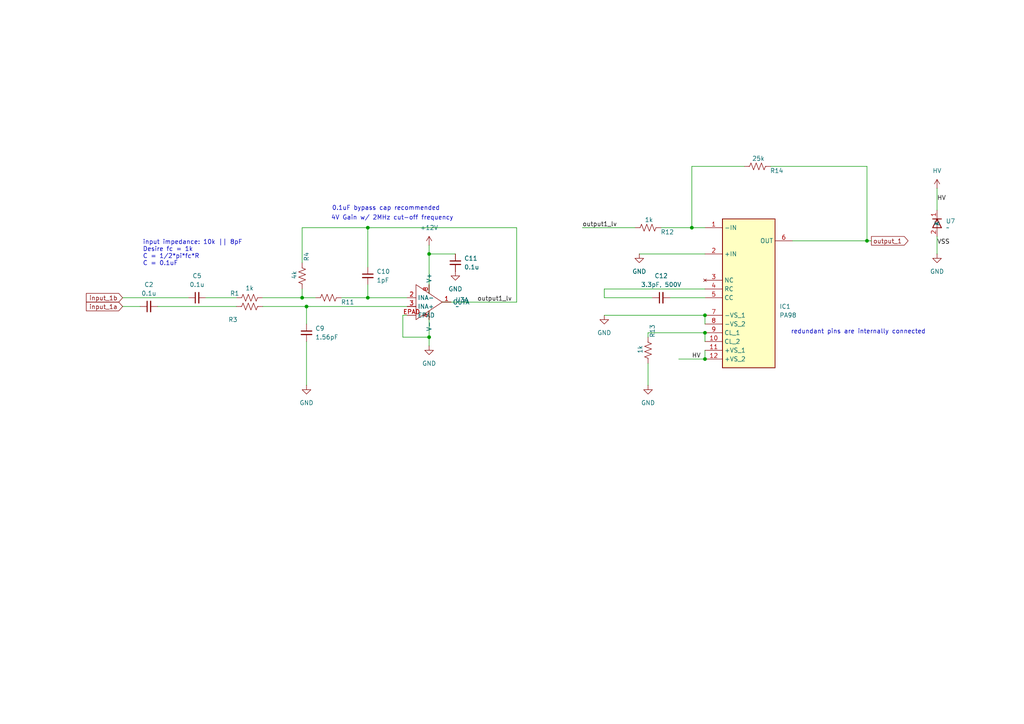
<source format=kicad_sch>
(kicad_sch (version 20231120) (generator "eeschema") (generator_version "8.0")
  (paper "A4")
  (lib_symbols
    (symbol "Device:C_Small" (pin_numbers hide) (pin_names (offset 0.254) hide)
      (property "Reference" "C" (at 0.254 1.778 0))
      (property "Value" "C_Small" (at 0.254 -2.032 0))
      (symbol "C_Small_0_1"
        (polyline (pts (xy -1.524 -0.508) (xy 1.524 -0.508)) (stroke (width 0.3302)))
        (polyline (pts (xy -1.524 0.508) (xy 1.524 0.508)) (stroke (width 0.3048)))
      )
      (symbol "C_Small_1_1"
        (pin passive line (at 0 2.54 270) (length 2.032) (name "~") (number "1"))
        (pin passive line (at 0 -2.54 90) (length 2.032) (name "~") (number "2"))
      )
    )
    (symbol "Device:R_US" (pin_numbers hide) (pin_names (offset 0))
      (property "Reference" "R" (at 2.54 0 90))
      (property "Value" "R_US" (at -2.54 0 90))
      (symbol "R_US_0_1"
        (polyline (pts (xy 0 -2.286) (xy 0 -2.54)))
        (polyline (pts (xy 0 2.286) (xy 0 2.54)))
        (polyline (pts (xy 0 -0.762) (xy 1.016 -1.143) (xy 0 -1.524) (xy -1.016 -1.905) (xy 0 -2.286)))
        (polyline (pts (xy 0 0.762) (xy 1.016 0.381) (xy 0 0) (xy -1.016 -0.381) (xy 0 -0.762)))
        (polyline (pts (xy 0 2.286) (xy 1.016 1.905) (xy 0 1.524) (xy -1.016 1.143) (xy 0 0.762)))
      )
      (symbol "R_US_1_1"
        (pin passive line (at 0 3.81 270) (length 1.27) (name "~") (number "1"))
        (pin passive line (at 0 -3.81 90) (length 1.27) (name "~") (number "2"))
      )
    )
    (symbol "_PHASE:OPA221A_2UNITS"
      (property "Reference" "U" (at -1.016 -1.524 0))
      (symbol "OPA221A_2UNITS_1_1"
        (polyline (pts (xy 0 0) (xy 0 10.16) (xy 7.62 5.08) (xy 0 0)))
        (pin input line (at 7.62 5.08 0) (length 2.54) (name "OUTA") (number "1"))
        (pin input line (at -2.54 6.35 0) (length 2.54) (name "INA-") (number "2"))
        (pin input line (at -2.54 3.81 0) (length 2.54) (name "INA+") (number "3"))
        (pin power_in line (at 3.81 2.54 270) (length 2.54) (name "V-") (number "4"))
        (pin power_in line (at 3.81 7.62 90) (length 2.54) (name "V+") (number "8"))
        (pin power_in line (at -2.54 1.27 0) (length 2.54) (name "EPAD") (number "EPAD"))
      )
      (symbol "OPA221A_2UNITS_2_1"
        (polyline (pts (xy 0 0) (xy 0 10.16) (xy 7.62 5.08) (xy 0 0)))
        (pin input line (at -2.54 3.81 0) (length 2.54) (name "INB+") (number "5"))
        (pin input line (at -2.54 6.35 0) (length 2.54) (name "INB-") (number "6"))
        (pin input line (at 7.62 5.08 0) (length 2.54) (name "OUTB") (number "7"))
      )
    )
    (symbol "_PHASE:PA98"
      (property "Reference" "IC" (at 21.59 -5.08 0))
      (property "Value" "PA98" (at 21.59 -7.62 0))
      (symbol "PA98_1_1"
        (rectangle (start 5.08 12.7) (end 20.32 -30.48) (stroke (width 0.254)) (fill (type background)))
        (pin passive line (at 0 10.16 0) (length 5.08) (name "-IN") (number "1"))
        (pin passive line (at 0 -22.86 0) (length 5.08) (name "CL_2") (number "10"))
        (pin passive line (at 0 -25.4 0) (length 5.08) (name "+VS_1") (number "11"))
        (pin passive line (at 0 -27.94 0) (length 5.08) (name "+VS_2") (number "12"))
        (pin passive line (at 0 2.54 0) (length 5.08) (name "+IN") (number "2"))
        (pin no_connect line (at 0 -5.08 0) (length 5.08) (name "NC") (number "3"))
        (pin passive line (at 0 -7.62 0) (length 5.08) (name "RC") (number "4"))
        (pin passive line (at 0 -10.16 0) (length 5.08) (name "CC") (number "5"))
        (pin passive line (at 25.4 6.35 180) (length 5.08) (name "OUT") (number "6"))
        (pin passive line (at 0 -15.24 0) (length 5.08) (name "-VS_1") (number "7"))
        (pin passive line (at 0 -17.78 0) (length 5.08) (name "-VS_2") (number "8"))
        (pin passive line (at 0 -20.32 0) (length 5.08) (name "CL_1") (number "9"))
      )
    )
    (symbol "_PHASE:SMCJ150A-13-F"
      (property "Reference" "U" (at 0 0 0))
      (symbol "SMCJ150A-13-F_0_1"
        (polyline (pts (xy 1.27 3.81) (xy 1.27 1.27)) (stroke (width 0.254)))
        (polyline (pts (xy 3.81 2.54) (xy 1.27 2.54)))
        (polyline (pts (xy 3.81 3.81) (xy 3.81 1.27) (xy 1.27 2.54) (xy 3.81 3.81)) (stroke (width 0.254)))
      )
      (symbol "SMCJ150A-13-F_1_1"
        (pin passive line (at -1.27 2.54 0) (length 2.54) (name "K") (number "1"))
        (pin passive line (at 6.35 2.54 180) (length 2.54) (name "A") (number "2"))
      )
    )
    (symbol "power:+12V" (power) (pin_numbers hide) (pin_names (offset 0) hide)
      (property "Value" "+12V" (at 0 3.556 0))
      (symbol "+12V_0_1"
        (polyline (pts (xy -0.762 1.27) (xy 0 2.54)))
        (polyline (pts (xy 0 0) (xy 0 2.54)))
        (polyline (pts (xy 0 2.54) (xy 0.762 1.27)))
      )
      (symbol "+12V_1_1"
        (pin power_in line (at 0 0 90) (length 0) (name "~") (number "1"))
      )
    )
    (symbol "power:GND" (power) (pin_numbers hide) (pin_names (offset 0) hide)
      (property "Value" "GND" (at 0 -3.81 0))
      (symbol "GND_0_1"
        (polyline (pts (xy 0 0) (xy 0 -1.27) (xy 1.27 -1.27) (xy 0 -2.54) (xy -1.27 -1.27) (xy 0 -1.27)))
      )
      (symbol "GND_1_1"
        (pin power_in line (at 0 0 270) (length 0) (name "~") (number "1"))
      )
    )
  )
  (junction (at 204.47 91.44))
  (junction (at 200.66 66.04))
  (junction (at 106.68 66.04))
  (junction (at 124.46 73.66))
  (junction (at 88.9 88.9))
  (junction (at 87.63 86.36))
  (junction (at 204.47 104.14))
  (junction (at 251.46 69.85))
  (junction (at 204.47 96.52))
  (junction (at 124.46 97.79))
  (junction (at 106.68 86.36))
  (wire (pts (xy 88.9 99.06) (xy 88.9 111.76)))
  (wire (pts (xy 175.26 86.36) (xy 175.26 83.82)))
  (wire (pts (xy 106.68 82.55) (xy 106.68 86.36)))
  (wire (pts (xy 116.84 91.44) (xy 116.84 97.79)))
  (wire (pts (xy 168.91 66.04) (xy 184.15 66.04)))
  (wire (pts (xy 187.96 105.41) (xy 187.96 111.76)))
  (wire (pts (xy 194.31 86.36) (xy 204.47 86.36)))
  (wire (pts (xy 124.46 90.17) (xy 124.46 97.79)))
  (wire (pts (xy 106.68 66.04) (xy 149.86 66.04)))
  (wire (pts (xy 200.66 48.26) (xy 200.66 66.04)))
  (wire (pts (xy 149.86 66.04) (xy 149.86 87.63)))
  (wire (pts (xy 189.23 86.36) (xy 175.26 86.36)))
  (wire (pts (xy 106.68 86.36) (xy 99.06 86.36)))
  (wire (pts (xy 59.69 86.36) (xy 68.58 86.36)))
  (wire (pts (xy 204.47 101.6) (xy 204.47 104.14)))
  (wire (pts (xy 185.42 73.66) (xy 204.47 73.66)))
  (wire (pts (xy 35.56 88.9) (xy 40.64 88.9)))
  (wire (pts (xy 196.85 104.14) (xy 204.47 104.14)))
  (wire (pts (xy 128.27 87.63) (xy 149.86 87.63)))
  (wire (pts (xy 124.46 73.66) (xy 132.08 73.66)))
  (wire (pts (xy 118.11 91.44) (xy 116.84 91.44)))
  (wire (pts (xy 175.26 91.44) (xy 204.47 91.44)))
  (wire (pts (xy 45.72 88.9) (xy 68.58 88.9)))
  (wire (pts (xy 124.46 85.09) (xy 124.46 73.66)))
  (wire (pts (xy 271.78 54.61) (xy 271.78 60.96)))
  (wire (pts (xy 87.63 66.04) (xy 87.63 76.2)))
  (wire (pts (xy 175.26 83.82) (xy 204.47 83.82)))
  (wire (pts (xy 191.77 66.04) (xy 200.66 66.04)))
  (wire (pts (xy 124.46 100.33) (xy 124.46 97.79)))
  (wire (pts (xy 106.68 66.04) (xy 106.68 77.47)))
  (wire (pts (xy 116.84 97.79) (xy 124.46 97.79)))
  (wire (pts (xy 204.47 91.44) (xy 204.47 93.98)))
  (wire (pts (xy 271.78 68.58) (xy 271.78 73.66)))
  (wire (pts (xy 215.9 48.26) (xy 200.66 48.26)))
  (wire (pts (xy 187.96 96.52) (xy 187.96 97.79)))
  (wire (pts (xy 76.2 86.36) (xy 87.63 86.36)))
  (wire (pts (xy 87.63 83.82) (xy 87.63 86.36)))
  (wire (pts (xy 118.11 86.36) (xy 106.68 86.36)))
  (wire (pts (xy 251.46 69.85) (xy 252.73 69.85)))
  (wire (pts (xy 87.63 86.36) (xy 91.44 86.36)))
  (wire (pts (xy 204.47 96.52) (xy 204.47 99.06)))
  (wire (pts (xy 204.47 96.52) (xy 187.96 96.52)))
  (wire (pts (xy 251.46 69.85) (xy 251.46 48.26)))
  (wire (pts (xy 88.9 88.9) (xy 88.9 93.98)))
  (wire (pts (xy 229.87 69.85) (xy 251.46 69.85)))
  (wire (pts (xy 124.46 73.66) (xy 124.46 71.12)))
  (wire (pts (xy 88.9 88.9) (xy 118.11 88.9)))
  (wire (pts (xy 35.56 86.36) (xy 54.61 86.36)))
  (wire (pts (xy 76.2 88.9) (xy 88.9 88.9)))
  (wire (pts (xy 87.63 66.04) (xy 106.68 66.04)))
  (wire (pts (xy 223.52 48.26) (xy 251.46 48.26)))
  (wire (pts (xy 200.66 66.04) (xy 204.47 66.04)))
  (text "input impedance: 10k || 8pF\nDesire fc = 1k\nC = 1/2*pi*fc*R\nC = 0.1uF" (at 41.402 73.406 0) (effects (font (size 1.27 1.27)) (justify left)))
  (text "redundant pins are internally connected" (at 229.362 96.266 0) (effects (font (size 1.27 1.27)) (justify left)))
  (text "4V Gain w/ 2MHz cut-off frequency" (at 96.012 63.246 0) (effects (font (size 1.27 1.27)) (justify left)))
  (text "0.1uF bypass cap recommended\n" (at 96.266 60.452 0) (effects (font (size 1.27 1.27)) (justify left)))
  (label "HV" (at 200.66 104.14 0))
  (label "output1_lv" (at 138.43 87.63 0))
  (label "HV" (at 271.78 58.42 0))
  (label "output1_lv" (at 168.91 66.04 0))
  (label "VSS" (at 271.78 71.12 0))
  (global_label "input_1b" (shape input) (at 35.56 86.36 180) (property "Intersheetrefs" "${INTERSHEET_REFS}" (effects (hide yes))))
  (global_label "input_1a" (shape input) (at 35.56 88.9 180) (property "Intersheetrefs" "${INTERSHEET_REFS}" (effects (hide yes))))
  (global_label "output_1" (shape output) (at 252.73 69.85 0) (property "Intersheetrefs" "${INTERSHEET_REFS}" (effects (hide yes))))
  (symbol (lib_id "Device:R_US") (at 219.71 48.26 270) (unit 1)
    (property "Reference" "R14" (at 225.298 49.53 90))
    (property "Value" "25k" (at 219.964 45.974 90))
    (property "Footprint" "Resistor_SMD:R_0603_1608Metric" (effects (hide yes)))
    (property "Description" "Resistor, US symbol" (effects (hide yes)))
  )
  (symbol (lib_id "Device:C_Small") (at 106.68 80.01 0) (unit 1)
    (property "Reference" "C10" (at 109.22 78.7462 0) (effects (justify left)))
    (property "Value" "1pF" (at 109.22 81.2862 0) (effects (justify left)))
    (property "Footprint" "Capacitor_SMD:C_0603_1608Metric" (effects (hide yes)))
    (property "Description" "Unpolarized capacitor, small symbol" (effects (hide yes)))
  )
  (symbol (lib_id "Device:C_Small") (at 132.08 76.2 0) (unit 1)
    (property "Reference" "C11" (at 134.62 74.9362 0) (effects (justify left)))
    (property "Value" "0.1u" (at 134.62 77.4762 0) (effects (justify left)))
    (property "Footprint" "Capacitor_SMD:C_0603_1608Metric" (effects (hide yes)))
    (property "Description" "Unpolarized capacitor, small symbol" (effects (hide yes)))
  )
  (symbol (lib_id "_PHASE:SMCJ150A-13-F") (at 269.24 62.23 270) (unit 1)
    (property "Reference" "U7" (at 274.32 64.1349 90) (effects (justify left)))
    (property "Value" "~" (at 274.32 66.04 90) (effects (justify left)))
    (property "Footprint" "726_footprints:SMCJ150A-13-F" (effects (hide yes)))
  )
  (symbol (lib_id "Device:R_US") (at 95.25 86.36 270) (unit 1)
    (property "Reference" "R11" (at 100.838 87.63 90))
    (property "Value" "R_US" (effects (hide yes)))
    (property "Footprint" "Resistor_SMD:R_0603_1608Metric" (effects (hide yes)))
    (property "Description" "Resistor, US symbol" (effects (hide yes)))
  )
  (symbol (lib_id "Device:C_Small") (at 88.9 96.52 0) (unit 1)
    (property "Reference" "C9" (at 91.44 95.2562 0) (effects (justify left)))
    (property "Value" "1.56pF" (at 91.44 97.7962 0) (effects (justify left)))
    (property "Footprint" "Capacitor_SMD:C_0603_1608Metric" (effects (hide yes)))
    (property "Description" "Unpolarized capacitor, small symbol" (effects (hide yes)))
  )
  (symbol (lib_id "Device:R_US") (at 187.96 66.04 270) (unit 1)
    (property "Reference" "R12" (at 193.548 67.31 90))
    (property "Value" "1k" (at 188.214 63.754 90))
    (property "Footprint" "Resistor_SMD:R_0603_1608Metric" (effects (hide yes)))
    (property "Description" "Resistor, US symbol" (effects (hide yes)))
  )
  (symbol (lib_id "power:GND") (at 132.08 78.74 0) (unit 1)
    (property "Reference" "#PWR035" (effects (hide yes)))
    (property "Value" "GND" (at 132.08 83.82 0))
    (property "Description" "Power symbol creates a global label with name \"GND\" , ground" (effects (hide yes)))
  )
  (symbol (lib_id "power:GND") (at 271.78 73.66 0) (unit 1)
    (property "Reference" "#PWR027" (effects (hide yes)))
    (property "Value" "GND" (at 271.78 78.74 0))
    (property "Description" "Power symbol creates a global label with name \"GND\" , ground" (effects (hide yes)))
  )
  (symbol (lib_id "power:GND") (at 124.46 100.33 0) (unit 1)
    (property "Reference" "#PWR026" (effects (hide yes)))
    (property "Value" "GND" (at 124.46 105.41 0))
    (property "Description" "Power symbol creates a global label with name \"GND\" , ground" (effects (hide yes)))
  )
  (symbol (lib_id "Device:C_Small") (at 191.77 86.36 90) (unit 1)
    (property "Reference" "C12" (at 191.7763 80.01 90))
    (property "Value" "3.3pF, 500V" (at 191.7763 82.55 90))
    (property "Footprint" "Capacitor_SMD:C_0805_2012Metric" (effects (hide yes)))
    (property "Description" "Unpolarized capacitor, small symbol" (effects (hide yes)))
  )
  (symbol (lib_id "Device:C_Small") (at 57.15 86.36 90) (unit 1)
    (property "Reference" "C5" (at 57.1563 80.01 90))
    (property "Value" "0.1u" (at 57.1563 82.55 90))
    (property "Footprint" "Capacitor_SMD:C_0603_1608Metric" (effects (hide yes)))
    (property "Description" "Unpolarized capacitor, small symbol" (effects (hide yes)))
  )
  (symbol (lib_id "power:+12V") (at 124.46 71.12 0) (unit 1)
    (property "Reference" "#PWR01" (effects (hide yes)))
    (property "Value" "+12V" (at 124.46 66.04 0))
    (property "Description" "Power symbol creates a global label with name \"+12V\"" (effects (hide yes)))
  )
  (symbol (lib_id "Device:C_Small") (at 43.18 88.9 90) (unit 1)
    (property "Reference" "C2" (at 43.1863 82.55 90))
    (property "Value" "0.1u" (at 43.1863 85.09 90))
    (property "Footprint" "Capacitor_SMD:C_0603_1608Metric" (effects (hide yes)))
    (property "Description" "Unpolarized capacitor, small symbol" (effects (hide yes)))
  )
  (symbol (lib_id "Device:R_US") (at 72.39 88.9 270) (unit 1)
    (property "Reference" "R3" (at 67.564 92.71 90))
    (property "Value" "R_US" (effects (hide yes)))
    (property "Footprint" "Resistor_SMD:R_0603_1608Metric" (effects (hide yes)))
    (property "Description" "Resistor, US symbol" (effects (hide yes)))
  )
  (symbol (lib_id "Device:R_US") (at 87.63 80.01 0) (unit 1)
    (property "Reference" "R4" (at 88.9 74.422 90))
    (property "Value" "4k" (at 85.344 79.756 90))
    (property "Footprint" "Resistor_SMD:R_0603_1608Metric" (effects (hide yes)))
    (property "Description" "Resistor, US symbol" (effects (hide yes)))
  )
  (symbol (lib_id "Device:R_US") (at 72.39 86.36 270) (unit 1)
    (property "Reference" "R1" (at 68.072 85.09 90))
    (property "Value" "1k" (at 72.39 83.566 90))
    (property "Footprint" "Resistor_SMD:R_0603_1608Metric" (effects (hide yes)))
    (property "Description" "Resistor, US symbol" (effects (hide yes)))
  )
  (symbol (lib_id "Device:R_US") (at 187.96 101.6 0) (unit 1)
    (property "Reference" "R13" (at 189.23 96.012 90))
    (property "Value" "1k" (at 185.674 101.346 90))
    (property "Footprint" "Resistor_SMD:R_0603_1608Metric" (effects (hide yes)))
    (property "Description" "Resistor, US symbol" (effects (hide yes)))
  )
  (symbol (lib_id "power:GND") (at 88.9 111.76 0) (unit 1)
    (property "Reference" "#PWR025" (effects (hide yes)))
    (property "Value" "GND" (at 88.9 116.84 0))
    (property "Description" "Power symbol creates a global label with name \"GND\" , ground" (effects (hide yes)))
  )
  (symbol (lib_id "power:GND") (at 187.96 111.76 0) (unit 1)
    (property "Reference" "#PWR024" (effects (hide yes)))
    (property "Value" "GND" (at 187.96 116.84 0))
    (property "Description" "Power symbol creates a global label with name \"GND\" , ground" (effects (hide yes)))
  )
  (symbol (lib_id "power:GND") (at 175.26 91.44 0) (unit 1)
    (property "Reference" "#PWR036" (effects (hide yes)))
    (property "Value" "GND" (at 175.26 96.52 0))
    (property "Description" "Power symbol creates a global label with name \"GND\" , ground" (effects (hide yes)))
  )
  (symbol (lib_id "power:GND") (at 185.42 73.66 0) (unit 1)
    (property "Reference" "#PWR034" (effects (hide yes)))
    (property "Value" "GND" (at 185.42 78.74 0))
    (property "Description" "Power symbol creates a global label with name \"GND\" , ground" (effects (hide yes)))
  )
  (symbol (lib_id "_PHASE:OPA221A_2UNITS") (at 120.65 92.71 0) (unit 1)
    (property "Reference" "U3" (at 132.08 86.9949 0) (effects (justify left)))
    (property "Value" "~" (at 132.08 88.9 0) (effects (justify left)))
    (property "Footprint" "726_footprints:OPA2211AIDDAR_L" (effects (hide yes)))
  )
  (symbol (lib_id "_PHASE:PA98") (at 204.47 76.2 0) (unit 1)
    (property "Reference" "IC1" (at 226.06 88.8999 0) (effects (justify left)))
    (property "Value" "PA98" (at 226.06 91.4399 0) (effects (justify left)))
    (property "Footprint" "726_footprints:PA98" (effects (hide yes)))
    (property "Datasheet" "https://www.apexanalog.com/resources/products/pa98u.pdf" (effects (hide yes)))
    (property "Description" "The PA98 is a 450V power operational amplifier with a very high 1,000V/s slew rate targeted at high voltage applications including instrumentation, piezoelectric transducers and electrostatic transducers and deflection. Output voltages can swing up to +/-215V on dual supplies, and up to +440V single supply. This MOSFET power amplifier also features a very high 30 kHz of power bandwidth and is designed for output currents up to 200mA.  The PA98A is the A grade version that provides enhanced performance in the" (effects (hide yes)))
    (property "Height" "22.73" (effects (hide yes)))
    (property "Mouser Part Number" "137-PA98" (effects (hide yes)))
    (property "Mouser Price/Stock" "https://www.mouser.co.uk/ProductDetail/Apex-Microtechnology/PA98?qs=TiOZkKH1s2TTpVjzmo9Xsg%3D%3D" (effects (hide yes)))
    (property "Manufacturer_Name" "Apex Microtechnology" (effects (hide yes)))
    (property "Manufacturer_Part_Number" "PA98" (effects (hide yes)))
  )
  (symbol (lib_id "power:+12V") (at 271.78 54.61 0) (unit 1)
    (property "Reference" "#PWR02" (effects (hide yes)))
    (property "Value" "HV" (at 271.78 49.53 0))
    (property "Description" "Power symbol creates a global label with name \"+12V\"" (effects (hide yes)))
  )
)
</source>
